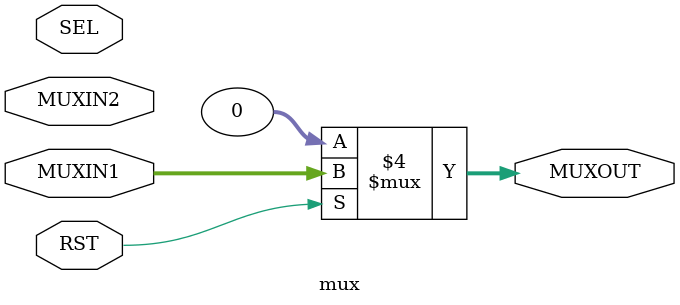
<source format=v>
module mux(MUXIN1, MUXIN2, MUXOUT, SEL, RST);

input RST;
input SEL;
input [31:0] MUXIN1;
input [31:0] MUXIN2;

output reg [31:0] MUXOUT;

always @(*) begin
    if(RST == 0) MUXOUT = 32'b0; 
    else
        MUXOUT = MUXIN1;
        
end

endmodule
</source>
